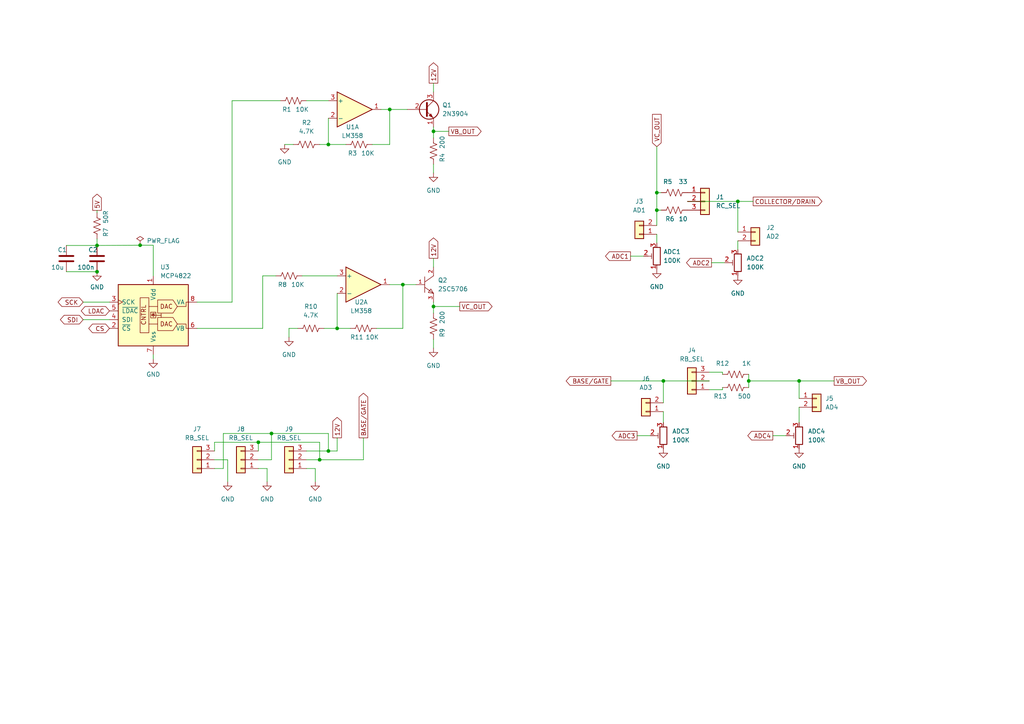
<source format=kicad_sch>
(kicad_sch (version 20211123) (generator eeschema)
  (paper "A4")
  (lib_symbols
    (symbol "Amplifier_Operational:LM358" (pin_names (offset 0.127))
      (property "Reference" "U" (at 0 5.08 0))
      (property "Value" "LM358" (at 0 -5.08 0))
      (symbol "LM358_1_1"
        (polyline (pts (xy -5.08 5.08) (xy 5.08 0) (xy -5.08 -5.08) (xy -5.08 5.08)) (stroke (width 0.254)) (fill (type background)))
        (pin output line (at 7.62 0 180) (length 2.54) (name "~") (number "1"))
        (pin input line (at -7.62 -2.54 0) (length 2.54) (name "-") (number "2"))
        (pin input line (at -7.62 2.54 0) (length 2.54) (name "+") (number "3"))
      )
      (symbol "LM358_2_1"
        (polyline (pts (xy -5.08 5.08) (xy 5.08 0) (xy -5.08 -5.08) (xy -5.08 5.08)) (stroke (width 0.254)) (fill (type background)))
        (pin input line (at -7.62 2.54 0) (length 2.54) (name "+") (number "5"))
        (pin input line (at -7.62 -2.54 0) (length 2.54) (name "-") (number "6"))
        (pin output line (at 7.62 0 180) (length 2.54) (name "~") (number "7"))
      )
      (symbol "LM358_3_1"
        (pin power_in line (at -2.54 -7.62 90) (length 3.81) (name "V-") (number "4"))
        (pin power_in line (at -2.54 7.62 270) (length 3.81) (name "V+") (number "8"))
      )
    )
    (symbol "Analog_DAC:MCP4822" (pin_names (offset 1.016))
      (property "Reference" "U" (at -2.54 10.795 0))
      (property "Value" "MCP4822" (at -2.54 8.89 0))
      (symbol "MCP4822_0_0"
        (polyline (pts (xy 0 -1.778) (xy 0 -0.635)))
        (polyline (pts (xy 0.381 -0.889) (xy 0.508 -0.762)))
        (polyline (pts (xy 2.286 -1.143) (xy 2.286 -1.905)))
        (polyline (pts (xy 0.381 -0.889) (xy -0.381 -0.889) (xy -0.508 -1.016)))
        (polyline (pts (xy 0.762 -1.27) (xy 2.286 -1.27) (xy 2.286 -0.762)))
        (polyline (pts (xy 0 -0.889) (xy 0.508 -1.397) (xy -0.508 -1.397) (xy 0 -0.889)))
        (polyline (pts (xy 6.985 -3.81) (xy 9.525 -3.81) (xy 9.525 -5.08) (xy 10.16 -5.08)))
        (polyline (pts (xy 6.985 1.27) (xy 9.525 1.27) (xy 9.525 2.54) (xy 10.16 2.54)))
        (rectangle (start 0.762 -0.381) (end -0.762 -2.032))
        (text "CNTRL" (at -2.032 -4.191 900) (effects (font (size 1.27 1.27)) (justify left bottom)))
        (text "DAC" (at 3.81 -3.81 0) (effects (font (size 1.27 1.27))))
        (text "DAC" (at 3.81 1.27 0) (effects (font (size 1.27 1.27))))
      )
      (symbol "MCP4822_0_1"
        (rectangle (start -10.16 7.62) (end 10.16 -10.16) (stroke (width 0.254)) (fill (type background)))
        (rectangle (start -1.27 -6.35) (end -3.81 3.81))
        (polyline (pts (xy 1.27 -3.81) (xy -1.27 -3.81)))
        (polyline (pts (xy 1.27 1.27) (xy -1.27 1.27)))
        (polyline (pts (xy 6.985 -3.81) (xy 5.715 -1.905) (xy 1.27 -1.905) (xy 1.27 -5.715) (xy 5.715 -5.715) (xy 6.985 -3.81)))
        (polyline (pts (xy 6.985 1.27) (xy 5.715 3.175) (xy 1.27 3.175) (xy 1.27 -0.635) (xy 5.715 -0.635) (xy 6.985 1.27)))
      )
      (symbol "MCP4822_1_1"
        (pin power_in line (at 0 10.16 270) (length 2.54) (name "Vdd") (number "1"))
        (pin input line (at -12.7 -5.08 0) (length 2.54) (name "~{CS}") (number "2"))
        (pin input clock (at -12.7 2.54 0) (length 2.54) (name "SCK") (number "3"))
        (pin input line (at -12.7 -2.54 0) (length 2.54) (name "SDI") (number "4"))
        (pin input line (at -12.7 0 0) (length 2.54) (name "~{LDAC}") (number "5"))
        (pin output line (at 12.7 -5.08 180) (length 2.54) (name "VB") (number "6"))
        (pin power_in line (at 0 -12.7 90) (length 2.54) (name "Vss") (number "7"))
        (pin output line (at 12.7 2.54 180) (length 2.54) (name "VA") (number "8"))
      )
    )
    (symbol "Connector_Generic:Conn_01x02" (pin_names (offset 1.016) hide)
      (property "Reference" "J" (at 0 2.54 0))
      (property "Value" "Conn_01x02" (at 0 -5.08 0))
      (symbol "Conn_01x02_1_1"
        (rectangle (start -1.27 -2.413) (end 0 -2.667) (stroke (width 0.1524)))
        (rectangle (start -1.27 0.127) (end 0 -0.127) (stroke (width 0.1524)))
        (rectangle (start -1.27 1.27) (end 1.27 -3.81) (stroke (width 0.254)) (fill (type background)))
        (pin passive line (at -5.08 0 0) (length 3.81) (name "Pin_1") (number "1"))
        (pin passive line (at -5.08 -2.54 0) (length 3.81) (name "Pin_2") (number "2"))
      )
    )
    (symbol "Connector_Generic:Conn_01x03" (pin_names (offset 1.016) hide)
      (property "Reference" "J" (at 0 5.08 0))
      (property "Value" "Conn_01x03" (at 0 -5.08 0))
      (symbol "Conn_01x03_1_1"
        (rectangle (start -1.27 -2.413) (end 0 -2.667) (stroke (width 0.1524)))
        (rectangle (start -1.27 0.127) (end 0 -0.127) (stroke (width 0.1524)))
        (rectangle (start -1.27 2.667) (end 0 2.413) (stroke (width 0.1524)))
        (rectangle (start -1.27 3.81) (end 1.27 -3.81) (stroke (width 0.254)) (fill (type background)))
        (pin passive line (at -5.08 2.54 0) (length 3.81) (name "Pin_1") (number "1"))
        (pin passive line (at -5.08 0 0) (length 3.81) (name "Pin_2") (number "2"))
        (pin passive line (at -5.08 -2.54 0) (length 3.81) (name "Pin_3") (number "3"))
      )
    )
    (symbol "Custom_RF:2SC5706-E" (pin_names (offset 1.016))
      (property "Reference" "Q" (at 0 7.62 0))
      (property "Value" "2SC5706-E" (at 0 10.16 0))
      (symbol "2SC5706-E_1_1"
        (polyline (pts (xy 2.54 -0.762) (xy 5.08 -2.54)))
        (polyline (pts (xy 2.54 2.286) (xy 2.54 -2.286)))
        (polyline (pts (xy 5.08 2.54) (xy 2.54 0.762)))
        (polyline (pts (xy 4.318 -1.27) (xy 3.556 -2.286) (xy 5.08 -2.54) (xy 4.318 -1.27)))
        (pin passive line (at 0 0 0) (length 2.54) (name "B") (number "1"))
        (pin passive line (at 5.08 5.08 270) (length 2.54) (name "C") (number "2"))
        (pin passive line (at 5.08 -5.08 90) (length 2.54) (name "E") (number "3"))
      )
    )
    (symbol "Device:C" (pin_numbers hide) (pin_names (offset 0.254))
      (property "Reference" "C" (at 0.635 2.54 0))
      (property "Value" "C" (at 0.635 -2.54 0))
      (symbol "C_0_1"
        (polyline (pts (xy -2.032 -0.762) (xy 2.032 -0.762)) (stroke (width 0.508)))
        (polyline (pts (xy -2.032 0.762) (xy 2.032 0.762)) (stroke (width 0.508)))
      )
      (symbol "C_1_1"
        (pin passive line (at 0 3.81 270) (length 2.794) (name "~") (number "1"))
        (pin passive line (at 0 -3.81 90) (length 2.794) (name "~") (number "2"))
      )
    )
    (symbol "Device:R_Potentiometer_Trim" (pin_names (offset 1.016) hide)
      (property "Reference" "RV" (at -4.445 0 90))
      (property "Value" "R_Potentiometer_Trim" (at -2.54 0 90))
      (symbol "R_Potentiometer_Trim_0_1"
        (polyline (pts (xy 1.524 0.762) (xy 1.524 -0.762)))
        (polyline (pts (xy 2.54 0) (xy 1.524 0)))
        (rectangle (start 1.016 2.54) (end -1.016 -2.54) (stroke (width 0.254)))
      )
      (symbol "R_Potentiometer_Trim_1_1"
        (pin passive line (at 0 3.81 270) (length 1.27) (name "1") (number "1"))
        (pin passive line (at 3.81 0 180) (length 1.27) (name "2") (number "2"))
        (pin passive line (at 0 -3.81 90) (length 1.27) (name "3") (number "3"))
      )
    )
    (symbol "Device:R_US" (pin_numbers hide) (pin_names (offset 0))
      (property "Reference" "R" (at 2.54 0 90))
      (property "Value" "R_US" (at -2.54 0 90))
      (symbol "R_US_0_1"
        (polyline (pts (xy 0 -2.286) (xy 0 -2.54)))
        (polyline (pts (xy 0 2.286) (xy 0 2.54)))
        (polyline (pts (xy 0 -0.762) (xy 1.016 -1.143) (xy 0 -1.524) (xy -1.016 -1.905) (xy 0 -2.286)))
        (polyline (pts (xy 0 0.762) (xy 1.016 0.381) (xy 0 0) (xy -1.016 -0.381) (xy 0 -0.762)))
        (polyline (pts (xy 0 2.286) (xy 1.016 1.905) (xy 0 1.524) (xy -1.016 1.143) (xy 0 0.762)))
      )
      (symbol "R_US_1_1"
        (pin passive line (at 0 3.81 270) (length 1.27) (name "~") (number "1"))
        (pin passive line (at 0 -3.81 90) (length 1.27) (name "~") (number "2"))
      )
    )
    (symbol "Transistor_BJT:2N3904" (pin_names (offset 0) hide)
      (property "Reference" "Q" (at 5.08 1.905 0))
      (property "Value" "2N3904" (at 5.08 0 0))
      (symbol "2N3904_0_1"
        (polyline (pts (xy 0.635 0.635) (xy 2.54 2.54)))
        (polyline (pts (xy 0.635 -0.635) (xy 2.54 -2.54) (xy 2.54 -2.54)))
        (polyline (pts (xy 0.635 1.905) (xy 0.635 -1.905) (xy 0.635 -1.905)) (stroke (width 0.508)))
        (polyline (pts (xy 1.27 -1.778) (xy 1.778 -1.27) (xy 2.286 -2.286) (xy 1.27 -1.778) (xy 1.27 -1.778)) (fill (type outline)))
        (circle (center 1.27 0) (radius 2.8194) (stroke (width 0.254)))
      )
      (symbol "2N3904_1_1"
        (pin passive line (at 2.54 -5.08 90) (length 2.54) (name "E") (number "1"))
        (pin passive line (at -5.08 0 0) (length 5.715) (name "B") (number "2"))
        (pin passive line (at 2.54 5.08 270) (length 2.54) (name "C") (number "3"))
      )
    )
    (symbol "power:GND" (power) (pin_names (offset 0))
      (property "Value" "GND" (at 0 -3.81 0))
      (symbol "GND_0_1"
        (polyline (pts (xy 0 0) (xy 0 -1.27) (xy 1.27 -1.27) (xy 0 -2.54) (xy -1.27 -1.27) (xy 0 -1.27)))
      )
      (symbol "GND_1_1"
        (pin power_in line (at 0 0 270) (length 0) hide (name "GND") (number "1"))
      )
    )
    (symbol "power:PWR_FLAG" (power) (pin_numbers hide) (pin_names (offset 0) hide)
      (property "Value" "PWR_FLAG" (at 0 3.81 0))
      (symbol "PWR_FLAG_0_0"
        (pin power_out line (at 0 0 90) (length 0) (name "pwr") (number "1"))
      )
      (symbol "PWR_FLAG_0_1"
        (polyline (pts (xy 0 0) (xy 0 1.27) (xy -1.016 1.905) (xy 0 2.54) (xy 1.016 1.905) (xy 0 1.27)))
      )
    )
  )
  (junction (at 190.5 60.96))
  (junction (at 92.71 133.35))
  (junction (at 95.25 41.91))
  (junction (at 78.74 125.73))
  (junction (at 116.84 82.55))
  (junction (at 125.73 88.9))
  (junction (at 28.1432 78.8162))
  (junction (at 28.1432 71.1962))
  (junction (at 192.405 110.49))
  (junction (at 125.73 38.1))
  (junction (at 190.5 55.88))
  (junction (at 97.79 95.25))
  (junction (at 74.93 128.27))
  (junction (at 231.775 110.49))
  (junction (at 95.25 130.81))
  (junction (at 40.64 71.12))
  (junction (at 113.03 31.75))
  (junction (at 213.995 58.42))
  (junction (at 217.17 110.49))
  (wire (pts (xy 192.405 119.38) (xy 192.405 122.555)))
  (wire (pts (xy 95.25 41.91) (xy 100.33 41.91)))
  (wire (pts (xy 113.03 82.55) (xy 116.84 82.55)))
  (wire (pts (xy 24.13 87.63) (xy 31.75 87.63)))
  (wire (pts (xy 67.31 87.63) (xy 67.31 29.21)))
  (wire (pts (xy 177.165 110.49) (xy 192.405 110.49)))
  (wire (pts (xy 97.79 85.09) (xy 97.79 95.25)))
  (wire (pts (xy 125.73 87.63) (xy 125.73 88.9)))
  (wire (pts (xy 78.74 133.35) (xy 78.74 125.73)))
  (wire (pts (xy 190.5 55.88) (xy 190.5 60.96)))
  (wire (pts (xy 64.77 125.73) (xy 78.74 125.73)))
  (wire (pts (xy 62.23 128.27) (xy 74.93 128.27)))
  (wire (pts (xy 109.22 95.25) (xy 116.84 95.25)))
  (wire (pts (xy 113.03 41.91) (xy 107.95 41.91)))
  (wire (pts (xy 95.25 125.73) (xy 95.25 130.81)))
  (wire (pts (xy 80.01 80.01) (xy 76.2 80.01)))
  (wire (pts (xy 110.49 31.75) (xy 113.03 31.75)))
  (wire (pts (xy 213.995 58.42) (xy 213.995 67.31)))
  (wire (pts (xy 205.74 107.95) (xy 209.55 107.95)))
  (wire (pts (xy 113.03 31.75) (xy 113.03 41.91)))
  (wire (pts (xy 125.73 36.83) (xy 125.73 38.1)))
  (wire (pts (xy 190.5 60.96) (xy 190.5 65.405)))
  (wire (pts (xy 95.25 34.29) (xy 95.25 41.91)))
  (wire (pts (xy 217.17 110.49) (xy 231.775 110.49)))
  (wire (pts (xy 209.55 113.03) (xy 209.55 112.395)))
  (wire (pts (xy 213.995 58.42) (xy 218.44 58.42)))
  (wire (pts (xy 91.44 135.89) (xy 91.44 139.7)))
  (wire (pts (xy 125.73 38.1) (xy 130.175 38.1)))
  (wire (pts (xy 62.23 133.35) (xy 66.04 133.35)))
  (wire (pts (xy 125.73 74.93) (xy 125.73 77.47)))
  (wire (pts (xy 231.775 115.57) (xy 231.775 110.49)))
  (wire (pts (xy 192.405 110.49) (xy 205.74 110.49)))
  (wire (pts (xy 92.71 128.27) (xy 92.71 133.35)))
  (wire (pts (xy 125.73 38.1) (xy 125.73 40.005)))
  (wire (pts (xy 125.73 47.625) (xy 125.73 50.165)))
  (wire (pts (xy 64.77 135.89) (xy 64.77 125.73)))
  (wire (pts (xy 192.405 110.49) (xy 192.405 116.84)))
  (wire (pts (xy 86.36 95.25) (xy 83.82 95.25)))
  (wire (pts (xy 92.71 133.35) (xy 88.9 133.35)))
  (wire (pts (xy 95.25 130.81) (xy 88.9 130.81)))
  (wire (pts (xy 78.74 125.73) (xy 95.25 125.73)))
  (wire (pts (xy 190.5 42.545) (xy 190.5 55.88)))
  (wire (pts (xy 116.84 82.55) (xy 120.65 82.55)))
  (wire (pts (xy 57.15 87.63) (xy 67.31 87.63)))
  (wire (pts (xy 213.995 69.85) (xy 213.995 72.39)))
  (wire (pts (xy 88.9 29.21) (xy 95.25 29.21)))
  (wire (pts (xy 28.1432 71.1962) (xy 40.64 71.12)))
  (wire (pts (xy 125.73 24.13) (xy 125.73 26.67)))
  (wire (pts (xy 66.04 133.35) (xy 66.04 139.7)))
  (wire (pts (xy 28.1432 61.0362) (xy 28.1432 61.6712)))
  (wire (pts (xy 44.45 104.14) (xy 44.45 102.87)))
  (wire (pts (xy 67.31 29.21) (xy 81.28 29.21)))
  (wire (pts (xy 83.82 95.25) (xy 83.82 97.79)))
  (wire (pts (xy 74.93 128.27) (xy 92.71 128.27)))
  (wire (pts (xy 82.55 41.91) (xy 85.09 41.91)))
  (wire (pts (xy 44.45 80.01) (xy 44.45 71.12)))
  (wire (pts (xy 116.84 95.25) (xy 116.84 82.55)))
  (wire (pts (xy 205.74 113.03) (xy 209.55 113.03)))
  (wire (pts (xy 113.03 31.75) (xy 118.11 31.75)))
  (wire (pts (xy 92.71 41.91) (xy 95.25 41.91)))
  (wire (pts (xy 93.98 95.25) (xy 97.79 95.25)))
  (wire (pts (xy 125.73 88.9) (xy 133.35 88.9)))
  (wire (pts (xy 188.595 126.365) (xy 184.785 126.365)))
  (wire (pts (xy 74.93 130.81) (xy 74.93 128.27)))
  (wire (pts (xy 105.41 133.35) (xy 92.71 133.35)))
  (wire (pts (xy 24.13 92.71) (xy 31.75 92.71)))
  (wire (pts (xy 231.775 110.49) (xy 241.935 110.49)))
  (wire (pts (xy 125.73 98.425) (xy 125.73 100.965)))
  (wire (pts (xy 97.79 95.25) (xy 101.6 95.25)))
  (wire (pts (xy 97.79 130.81) (xy 95.25 130.81)))
  (wire (pts (xy 74.93 133.35) (xy 78.74 133.35)))
  (wire (pts (xy 19.2532 71.1962) (xy 28.1432 71.1962)))
  (wire (pts (xy 88.9 135.89) (xy 91.44 135.89)))
  (wire (pts (xy 28.1432 69.2912) (xy 28.1432 71.1962)))
  (wire (pts (xy 199.39 58.42) (xy 213.995 58.42)))
  (wire (pts (xy 209.55 107.95) (xy 209.55 108.585)))
  (wire (pts (xy 217.17 110.49) (xy 217.17 112.395)))
  (wire (pts (xy 231.775 122.555) (xy 231.775 118.11)))
  (wire (pts (xy 190.5 55.88) (xy 191.77 55.88)))
  (wire (pts (xy 227.965 126.365) (xy 224.155 126.365)))
  (wire (pts (xy 217.17 108.585) (xy 217.17 110.49)))
  (wire (pts (xy 190.5 67.945) (xy 190.5 70.485)))
  (wire (pts (xy 97.79 127) (xy 97.79 130.81)))
  (wire (pts (xy 62.23 135.89) (xy 64.77 135.89)))
  (wire (pts (xy 125.73 88.9) (xy 125.73 90.805)))
  (wire (pts (xy 74.93 135.89) (xy 77.47 135.89)))
  (wire (pts (xy 105.41 127) (xy 105.41 133.35)))
  (wire (pts (xy 186.69 74.295) (xy 182.88 74.295)))
  (wire (pts (xy 76.2 80.01) (xy 76.2 95.25)))
  (wire (pts (xy 44.45 71.12) (xy 40.64 71.12)))
  (wire (pts (xy 62.23 130.81) (xy 62.23 128.27)))
  (wire (pts (xy 19.2532 78.8162) (xy 28.1432 78.8162)))
  (wire (pts (xy 87.63 80.01) (xy 97.79 80.01)))
  (wire (pts (xy 76.2 95.25) (xy 57.15 95.25)))
  (wire (pts (xy 190.5 60.96) (xy 191.77 60.96)))
  (wire (pts (xy 77.47 135.89) (xy 77.47 139.7)))
  (wire (pts (xy 210.185 76.2) (xy 206.375 76.2)))
  (global_label "ADC4" (shape output) (at 224.155 126.365 180) (property "Intersheet References" "${INTERSHEET_REFS}" (effects hide)))
  (global_label "VB_OUT" (shape output) (at 130.175 38.1 0) (property "Intersheet References" "${INTERSHEET_REFS}" (effects hide)))
  (global_label "5V" (shape output) (at 28.1432 61.0362 90) (property "Intersheet References" "${INTERSHEET_REFS}" (effects hide)))
  (global_label "12V" (shape output) (at 125.73 74.93 90) (property "Intersheet References" "${INTERSHEET_REFS}" (effects hide)))
  (global_label "12V" (shape output) (at 125.73 24.13 90) (property "Intersheet References" "${INTERSHEET_REFS}" (effects hide)))
  (global_label "COLLECTOR{slash}DRAIN" (shape output) (at 218.44 58.42 0) (property "Intersheet References" "${INTERSHEET_REFS}" (effects hide)))
  (global_label "BASE{slash}GATE" (shape output) (at 177.165 110.49 180) (property "Intersheet References" "${INTERSHEET_REFS}" (effects hide)))
  (global_label "LDAC" (shape bidirectional) (at 31.75 90.17 180) (property "Intersheet References" "${INTERSHEET_REFS}" (effects hide)))
  (global_label "BASE{slash}GATE" (shape output) (at 105.41 127 90) (property "Intersheet References" "${INTERSHEET_REFS}" (effects hide)))
  (global_label "VC_OUT" (shape output) (at 133.35 88.9 0) (property "Intersheet References" "${INTERSHEET_REFS}" (effects hide)))
  (global_label "SCK" (shape bidirectional) (at 24.13 87.63 180) (property "Intersheet References" "${INTERSHEET_REFS}" (effects hide)))
  (global_label "ADC2" (shape output) (at 206.375 76.2 180) (property "Intersheet References" "${INTERSHEET_REFS}" (effects hide)))
  (global_label "VB_OUT" (shape output) (at 241.935 110.49 0) (property "Intersheet References" "${INTERSHEET_REFS}" (effects hide)))
  (global_label "ADC1" (shape output) (at 182.88 74.295 180) (property "Intersheet References" "${INTERSHEET_REFS}" (effects hide)))
  (global_label "12V" (shape output) (at 97.79 127 90) (property "Intersheet References" "${INTERSHEET_REFS}" (effects hide)))
  (global_label "CS" (shape bidirectional) (at 31.75 95.25 180) (property "Intersheet References" "${INTERSHEET_REFS}" (effects hide)))
  (global_label "SDI" (shape bidirectional) (at 24.13 92.71 180) (property "Intersheet References" "${INTERSHEET_REFS}" (effects hide)))
  (global_label "VC_OUT" (shape input) (at 190.5 42.545 90) (property "Intersheet References" "${INTERSHEET_REFS}" (effects hide)))
  (global_label "ADC3" (shape output) (at 184.785 126.365 180) (property "Intersheet References" "${INTERSHEET_REFS}" (effects hide)))
  (symbol (lib_id "Device:C") (at 28.1432 75.0062 180) (unit 1)
    (property "Reference" "C2" (at 25.6032 72.4662 0) (effects (justify right)))
    (property "Value" "100n" (at 22.4282 77.5462 0) (effects (justify right)))
    (property "Footprint" "Capacitor_SMD:C_1206_3216Metric_Pad1.33x1.80mm_HandSolder" (effects hide))
  )
  (symbol (lib_id "Device:R_US") (at 105.41 95.25 90) (unit 1)
    (property "Reference" "R11" (at 103.505 97.79 90))
    (property "Value" "10K" (at 107.95 97.79 90))
    (property "Footprint" "Resistor_THT:R_Axial_DIN0204_L3.6mm_D1.6mm_P5.08mm_Vertical" (effects hide))
  )
  (symbol (lib_id "power:GND") (at 28.1432 78.8162 0) (unit 1)
    (property "Reference" "#PWR04" (effects hide))
    (property "Value" "GND" (at 28.1432 83.2612 0))
  )
  (symbol (lib_id "Device:R_US") (at 28.1432 65.4812 180) (unit 1)
    (property "Reference" "R7" (at 30.6832 67.3862 90))
    (property "Value" "50R" (at 30.6832 62.9412 90))
    (property "Footprint" "Resistor_SMD:R_1206_3216Metric_Pad1.30x1.75mm_HandSolder" (effects hide))
  )
  (symbol (lib_id "Device:R_US") (at 213.36 108.585 90) (unit 1)
    (property "Reference" "R12" (at 209.55 105.41 90))
    (property "Value" "1K" (at 216.535 105.41 90))
    (property "Footprint" "Resistor_SMD:R_1206_3216Metric" (effects hide))
  )
  (symbol (lib_id "Connector_Generic:Conn_01x02") (at 219.075 67.31 0) (unit 1)
    (property "Reference" "J2" (at 222.25 66.0399 0) (effects (justify left)))
    (property "Value" "AD2" (at 222.25 68.5799 0) (effects (justify left)))
    (property "Footprint" "Connector_PinHeader_2.54mm:PinHeader_1x02_P2.54mm_Vertical" (effects hide))
  )
  (symbol (lib_id "Connector_Generic:Conn_01x02") (at 187.325 119.38 180) (unit 1)
    (property "Reference" "J6" (at 187.325 109.855 0))
    (property "Value" "AD3" (at 187.325 112.395 0))
    (property "Footprint" "Connector_PinHeader_2.54mm:PinHeader_1x02_P2.54mm_Vertical" (effects hide))
  )
  (symbol (lib_id "power:GND") (at 77.47 139.7 0) (unit 1)
    (property "Reference" "#PWR012" (effects hide))
    (property "Value" "GND" (at 77.47 144.78 0))
  )
  (symbol (lib_id "power:GND") (at 213.995 80.01 0) (unit 1)
    (property "Reference" "#PWR05" (effects hide))
    (property "Value" "GND" (at 213.995 85.09 0))
  )
  (symbol (lib_id "Connector_Generic:Conn_01x03") (at 204.47 58.42 0) (unit 1)
    (property "Reference" "J1" (at 207.645 57.1499 0) (effects (justify left)))
    (property "Value" "RC_SEL" (at 207.645 59.6899 0) (effects (justify left)))
    (property "Footprint" "Connector_PinHeader_2.54mm:PinHeader_1x03_P2.54mm_Vertical" (effects hide))
  )
  (symbol (lib_id "power:GND") (at 91.44 139.7 0) (unit 1)
    (property "Reference" "#PWR013" (effects hide))
    (property "Value" "GND" (at 91.44 144.78 0))
  )
  (symbol (lib_id "Device:R_Potentiometer_Trim") (at 192.405 126.365 180) (unit 1)
    (property "Reference" "ADC3" (at 194.945 125.0949 0) (effects (justify right)))
    (property "Value" "100K" (at 194.945 127.6349 0) (effects (justify right)))
    (property "Footprint" "Potentiometer_THT:Potentiometer_Bourns_3296W_Vertical" (effects hide))
  )
  (symbol (lib_id "Connector_Generic:Conn_01x02") (at 185.42 67.945 180) (unit 1)
    (property "Reference" "J3" (at 185.42 58.42 0))
    (property "Value" "AD1" (at 185.42 60.96 0))
    (property "Footprint" "Connector_PinHeader_2.54mm:PinHeader_1x02_P2.54mm_Vertical" (effects hide))
  )
  (symbol (lib_id "Device:C") (at 19.2532 75.0062 180) (unit 1)
    (property "Reference" "C1" (at 16.7132 72.4662 0) (effects (justify right)))
    (property "Value" "10u" (at 14.8082 77.5462 0) (effects (justify right)))
    (property "Footprint" "Capacitor_SMD:C_1206_3216Metric_Pad1.33x1.80mm_HandSolder" (effects hide))
  )
  (symbol (lib_id "Connector_Generic:Conn_01x03") (at 200.66 110.49 180) (unit 1)
    (property "Reference" "J4" (at 200.66 101.6 0))
    (property "Value" "RB_SEL" (at 200.66 104.14 0))
    (property "Footprint" "Connector_PinHeader_2.54mm:PinHeader_1x03_P2.54mm_Vertical" (effects hide))
  )
  (symbol (lib_id "Device:R_Potentiometer_Trim") (at 213.995 76.2 180) (unit 1)
    (property "Reference" "ADC2" (at 216.535 74.9299 0) (effects (justify right)))
    (property "Value" "100K" (at 216.535 77.4699 0) (effects (justify right)))
    (property "Footprint" "Potentiometer_THT:Potentiometer_Bourns_3296W_Vertical" (effects hide))
  )
  (symbol (lib_id "power:GND") (at 125.73 50.165 0) (unit 1)
    (property "Reference" "#PWR02" (effects hide))
    (property "Value" "GND" (at 125.73 55.245 0))
  )
  (symbol (lib_id "power:GND") (at 66.04 139.7 0) (unit 1)
    (property "Reference" "#PWR011" (effects hide))
    (property "Value" "GND" (at 66.04 144.78 0))
  )
  (symbol (lib_id "power:GND") (at 83.82 97.79 0) (unit 1)
    (property "Reference" "#PWR06" (effects hide))
    (property "Value" "GND" (at 83.82 102.87 0))
  )
  (symbol (lib_id "Device:R_Potentiometer_Trim") (at 190.5 74.295 180) (unit 1)
    (property "Reference" "ADC1" (at 192.405 73.0249 0) (effects (justify right)))
    (property "Value" "100K" (at 192.405 75.5649 0) (effects (justify right)))
    (property "Footprint" "Potentiometer_THT:Potentiometer_Bourns_3296W_Vertical" (effects hide))
  )
  (symbol (lib_id "Device:R_US") (at 195.58 55.88 90) (unit 1)
    (property "Reference" "R5" (at 193.675 52.705 90))
    (property "Value" "33" (at 198.12 52.705 90))
    (property "Footprint" "Resistor_THT:R_Axial_DIN0411_L9.9mm_D3.6mm_P7.62mm_Vertical" (effects hide))
  )
  (symbol (lib_id "Device:R_Potentiometer_Trim") (at 231.775 126.365 180) (unit 1)
    (property "Reference" "ADC4" (at 234.315 125.0949 0) (effects (justify right)))
    (property "Value" "100K" (at 234.315 127.6349 0) (effects (justify right)))
    (property "Footprint" "Potentiometer_THT:Potentiometer_Bourns_3296W_Vertical" (effects hide))
  )
  (symbol (lib_id "Device:R_US") (at 83.82 80.01 90) (unit 1)
    (property "Reference" "R8" (at 81.915 82.55 90))
    (property "Value" "10K" (at 86.36 82.55 90))
    (property "Footprint" "Resistor_THT:R_Axial_DIN0204_L3.6mm_D1.6mm_P5.08mm_Vertical" (effects hide))
  )
  (symbol (lib_id "power:GND") (at 190.5 78.105 0) (unit 1)
    (property "Reference" "#PWR03" (effects hide))
    (property "Value" "GND" (at 190.5 83.185 0))
  )
  (symbol (lib_id "Device:R_US") (at 195.58 60.96 90) (unit 1)
    (property "Reference" "R6" (at 194.31 63.5 90))
    (property "Value" "10" (at 198.12 63.5 90))
    (property "Footprint" "Resistor_THT:R_Axial_DIN0411_L9.9mm_D3.6mm_P7.62mm_Vertical" (effects hide))
  )
  (symbol (lib_id "power:GND") (at 44.45 104.14 0) (unit 1)
    (property "Reference" "#PWR08" (effects hide))
    (property "Value" "GND" (at 44.45 108.585 0))
  )
  (symbol (lib_id "Connector_Generic:Conn_01x03") (at 69.85 133.35 180) (unit 1)
    (property "Reference" "J8" (at 69.85 124.46 0))
    (property "Value" "RB_SEL" (at 69.85 127 0))
    (property "Footprint" "Connector_PinHeader_2.54mm:PinHeader_1x03_P2.54mm_Vertical" (effects hide))
  )
  (symbol (lib_id "Connector_Generic:Conn_01x03") (at 57.15 133.35 180) (unit 1)
    (property "Reference" "J7" (at 57.15 124.46 0))
    (property "Value" "RB_SEL" (at 57.15 127 0))
    (property "Footprint" "Connector_PinHeader_2.54mm:PinHeader_1x03_P2.54mm_Vertical" (effects hide))
  )
  (symbol (lib_id "Connector_Generic:Conn_01x02") (at 236.855 115.57 0) (unit 1)
    (property "Reference" "J5" (at 239.395 115.5699 0) (effects (justify left)))
    (property "Value" "AD4" (at 239.395 118.1099 0) (effects (justify left)))
    (property "Footprint" "Connector_PinHeader_2.54mm:PinHeader_1x02_P2.54mm_Vertical" (effects hide))
  )
  (symbol (lib_id "power:GND") (at 231.775 130.175 0) (unit 1)
    (property "Reference" "#PWR010" (effects hide))
    (property "Value" "GND" (at 231.775 135.255 0))
  )
  (symbol (lib_id "Device:R_US") (at 90.17 95.25 90) (unit 1)
    (property "Reference" "R10" (at 90.17 88.9 90))
    (property "Value" "4.7K" (at 90.17 91.44 90))
    (property "Footprint" "Resistor_THT:R_Axial_DIN0204_L3.6mm_D1.6mm_P5.08mm_Vertical" (effects hide))
  )
  (symbol (lib_id "Connector_Generic:Conn_01x03") (at 83.82 133.35 180) (unit 1)
    (property "Reference" "J9" (at 83.82 124.46 0))
    (property "Value" "RB_SEL" (at 83.82 127 0))
    (property "Footprint" "Connector_PinHeader_2.54mm:PinHeader_1x03_P2.54mm_Vertical" (effects hide))
  )
  (symbol (lib_id "Device:R_US") (at 85.09 29.21 90) (unit 1)
    (property "Reference" "R1" (at 83.185 31.75 90))
    (property "Value" "10K" (at 87.63 31.75 90))
    (property "Footprint" "Resistor_THT:R_Axial_DIN0204_L3.6mm_D1.6mm_P5.08mm_Vertical" (effects hide))
  )
  (symbol (lib_id "Device:R_US") (at 125.73 94.615 180) (unit 1)
    (property "Reference" "R9" (at 128.27 96.52 90))
    (property "Value" "200" (at 128.27 92.075 90))
    (property "Footprint" "Resistor_SMD:R_1206_3216Metric" (effects hide))
  )
  (symbol (lib_id "power:GND") (at 125.73 100.965 0) (unit 1)
    (property "Reference" "#PWR07" (effects hide))
    (property "Value" "GND" (at 125.73 106.045 0))
  )
  (symbol (lib_id "power:GND") (at 192.405 130.175 0) (unit 1)
    (property "Reference" "#PWR09" (effects hide))
    (property "Value" "GND" (at 192.405 135.255 0))
  )
  (symbol (lib_id "Amplifier_Operational:LM358") (at 102.87 31.75 0) (unit 1)
    (property "Reference" "U1" (at 102.235 36.83 0))
    (property "Value" "LM358" (at 102.235 39.37 0))
    (property "Footprint" "Package_DIP:DIP-8_W7.62mm_Socket" (effects hide))
    (property "Datasheet" "http://www.ti.com/lit/ds/symlink/lm2904-n.pdf" (effects hide))
  )
  (symbol (lib_id "Device:R_US") (at 88.9 41.91 90) (unit 1)
    (property "Reference" "R2" (at 88.9 35.56 90))
    (property "Value" "4.7K" (at 88.9 38.1 90))
    (property "Footprint" "Resistor_THT:R_Axial_DIN0204_L3.6mm_D1.6mm_P5.08mm_Vertical" (effects hide))
  )
  (symbol (lib_id "Device:R_US") (at 104.14 41.91 90) (unit 1)
    (property "Reference" "R3" (at 102.235 44.45 90))
    (property "Value" "10K" (at 106.68 44.45 90))
    (property "Footprint" "Resistor_THT:R_Axial_DIN0204_L3.6mm_D1.6mm_P5.08mm_Vertical" (effects hide))
  )
  (symbol (lib_id "Device:R_US") (at 125.73 43.815 180) (unit 1)
    (property "Reference" "R4" (at 128.27 45.72 90))
    (property "Value" "200" (at 128.27 41.275 90))
    (property "Footprint" "Resistor_SMD:R_1206_3216Metric" (effects hide))
  )
  (symbol (lib_id "Custom_RF:2SC5706-E") (at 120.65 82.55 0) (unit 1)
    (property "Reference" "Q2" (at 127 81.2799 0) (effects (justify left)))
    (property "Value" "2SC5706" (at 127 83.8199 0) (effects (justify left)))
    (property "Footprint" "Custom_RF:2SC5706" (effects hide))
    (property "Datasheet" "http://www.onsemi.com/pub_link/Collateral/EN6912-D.PDF" (effects hide))
    (property "Component Link 1 Description" "Manufacturer URL" (effects hide))
    (property "Component Link 1 URL" "http://www.onsemi.com/" (effects hide))
    (property "Component Link 3 Description" "Package Specification" (effects hide))
    (property "Component Link 3 URL" "http://www.onsemi.cn/pub_link/Collateral/369AJ.PDF" (effects hide))
    (property "IC Continuous A" "5" (effects hide))
    (property "Mounting Technology" "Through Hole" (effects hide))
    (property "Package Description" "3-Pin Flange Mount, Vertical Straight Lead, Body 6.5 x 5.5 mm, Pitch 2.3 mm" (effects hide))
    (property "Package Version" "Rev. O, 01/2012" (effects hide))
    (property "Packing" "Bulk Bag" (effects hide))
    (property "Polarity" "NPN" (effects hide))
    (property "category" "Trans" (effects hide))
    (property "ciiva ids" "861379" (effects hide))
    (property "library id" "0f9a4dab6e0fcd82" (effects hide))
    (property "manufacturer" "On Semiconductor" (effects hide))
    (property "package" "IPAK-3-369AJ" (effects hide))
    (property "release date" "1406912380" (effects hide))
    (property "rohs" "Yes" (effects hide))
    (property "vault revision" "21FB8925-E1ED-4C34-A2E6-8E9C7F353C91" (effects hide))
    (property "imported" "yes" (effects hide))
  )
  (symbol (lib_id "Analog_DAC:MCP4822") (at 44.45 90.17 0) (unit 1)
    (property "Reference" "U3" (at 46.4694 77.47 0) (effects (justify left)))
    (property "Value" "MCP4822" (at 46.4694 80.01 0) (effects (justify left)))
    (property "Datasheet" "http://ww1.microchip.com/downloads/en/DeviceDoc/20002249B.pdf" (effects hide))
  )
  (symbol (lib_id "Device:R_US") (at 213.36 112.395 90) (unit 1)
    (property "Reference" "R13" (at 208.915 114.935 90))
    (property "Value" "500" (at 215.9 114.935 90))
    (property "Footprint" "Resistor_SMD:R_1206_3216Metric" (effects hide))
  )
  (symbol (lib_id "Amplifier_Operational:LM358") (at 105.41 82.55 0) (unit 1)
    (property "Reference" "U2" (at 104.775 87.63 0))
    (property "Value" "LM358" (at 104.775 90.17 0))
    (property "Footprint" "Package_DIP:DIP-8_W7.62mm_Socket" (effects hide))
    (property "Datasheet" "http://www.ti.com/lit/ds/symlink/lm2904-n.pdf" (effects hide))
  )
  (symbol (lib_id "Transistor_BJT:2N3904") (at 123.19 31.75 0) (unit 1)
    (property "Reference" "Q1" (at 128.27 30.4799 0) (effects (justify left)))
    (property "Value" "2N3904" (at 128.27 33.0199 0) (effects (justify left)))
    (property "Footprint" "Package_TO_SOT_THT:TO-92_Inline" (effects hide))
    (property "Datasheet" "https://www.onsemi.com/pub/Collateral/2N3903-D.PDF" (effects hide))
  )
  (symbol (lib_id "power:GND") (at 82.55 41.91 0) (unit 1)
    (property "Reference" "#PWR01" (effects hide))
    (property "Value" "GND" (at 82.55 46.99 0))
  )
  (symbol (lib_id "power:PWR_FLAG") (at 40.64 71.12 0) (unit 1)
    (property "Reference" "#FLG01" (effects hide))
    (property "Value" "PWR_FLAG" (at 42.545 69.8499 0) (effects (justify left)))
  )
)
</source>
